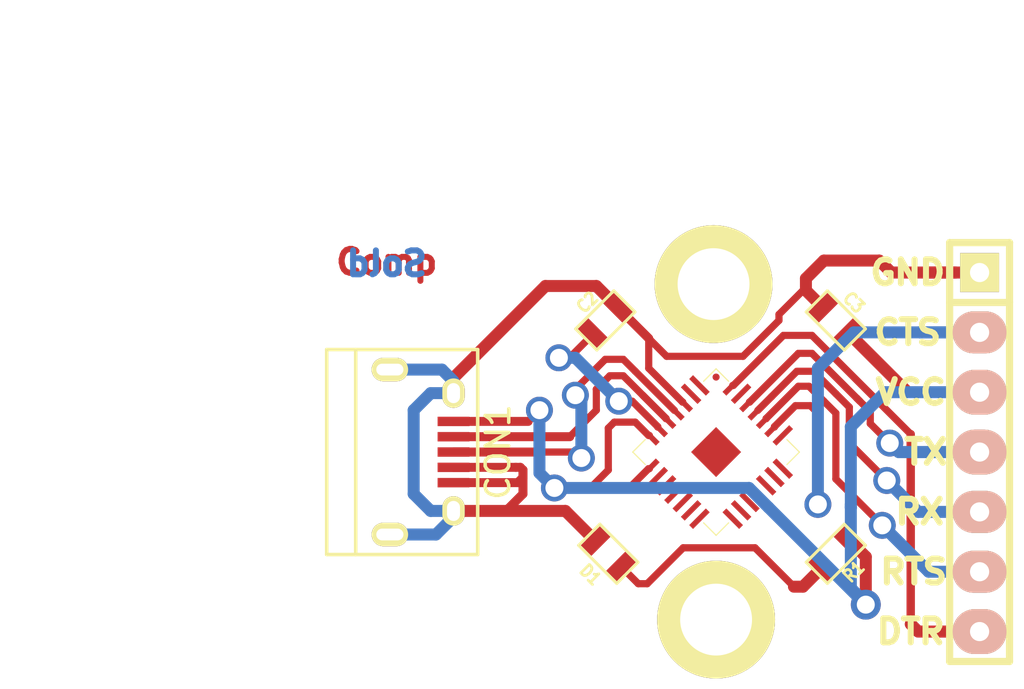
<source format=kicad_pcb>
(kicad_pcb (version 4) (host pcbnew "(2015-01-16 BZR 5376)-product")

  (general
    (links 24)
    (no_connects 0)
    (area 71.617999 52.9948 119.053429 82.436)
    (thickness 1.6002)
    (drawings 19)
    (tracks 185)
    (zones 0)
    (modules 9)
    (nets 31)
  )

  (page A4)
  (title_block
    (date "25 may 2015")
    (company ExoploreEmbedded.com)
  )

  (layers
    (0 Front signal)
    (31 Back jumper)
    (32 B.Adhes user)
    (33 F.Adhes user)
    (34 B.Paste user)
    (35 F.Paste user)
    (36 B.SilkS user)
    (37 F.SilkS user)
    (38 B.Mask user)
    (39 F.Mask user)
    (40 Dwgs.User user)
    (41 Cmts.User user)
    (42 Eco1.User user)
    (43 Eco2.User user)
    (44 Edge.Cuts user)
  )

  (setup
    (last_trace_width 0.2032)
    (user_trace_width 0.254)
    (user_trace_width 0.3048)
    (user_trace_width 0.3556)
    (user_trace_width 0.381)
    (user_trace_width 0.4572)
    (user_trace_width 0.508)
    (user_trace_width 0.635)
    (user_trace_width 0.762)
    (user_trace_width 1.016)
    (trace_clearance 0.127)
    (zone_clearance 0.508)
    (zone_45_only no)
    (trace_min 0.2032)
    (segment_width 0.381)
    (edge_width 0.381)
    (via_size 0.889)
    (via_drill 0.635)
    (via_min_size 0.889)
    (via_min_drill 0.508)
    (user_via 1.143 0.762)
    (uvia_size 0.508)
    (uvia_drill 0.127)
    (uvias_allowed no)
    (uvia_min_size 0.508)
    (uvia_min_drill 0.127)
    (pcb_text_width 0.3048)
    (pcb_text_size 1.524 2.032)
    (mod_edge_width 0.381)
    (mod_text_size 1.524 1.524)
    (mod_text_width 0.3048)
    (pad_size 5 5)
    (pad_drill 3.048)
    (pad_to_mask_clearance 0.254)
    (aux_axis_origin 0 0)
    (visible_elements 7FFFFFFF)
    (pcbplotparams
      (layerselection 0x00030_80000001)
      (usegerberextensions true)
      (excludeedgelayer false)
      (linewidth 0.150000)
      (plotframeref false)
      (viasonmask false)
      (mode 1)
      (useauxorigin false)
      (hpglpennumber 1)
      (hpglpenspeed 20)
      (hpglpendiameter 15)
      (hpglpenoverlay 0)
      (psnegative false)
      (psa4output false)
      (plotreference true)
      (plotvalue true)
      (plotinvisibletext false)
      (padsonsilk false)
      (subtractmaskfromsilk false)
      (outputformat 1)
      (mirror false)
      (drillshape 1)
      (scaleselection 1)
      (outputdirectory gerber/))
  )

  (net 0 "")
  (net 1 /CTS)
  (net 2 /D+)
  (net 3 /D-)
  (net 4 /DTR)
  (net 5 /RTS)
  (net 6 /RX)
  (net 7 /TX)
  (net 8 /VCC)
  (net 9 GND)
  (net 10 "Net-(C2-Pad1)")
  (net 11 "Net-(D1-Pad1)")
  (net 12 "Net-(P2-Pad1)")
  (net 13 "Net-(P3-Pad1)")
  (net 14 "Net-(U1-Pad2)")
  (net 15 "Net-(U1-Pad1)")
  (net 16 "Net-(U1-Pad27)")
  (net 17 "Net-(U1-Pad22)")
  (net 18 "Net-(U1-Pad21)")
  (net 19 "Net-(U1-Pad20)")
  (net 20 "Net-(U1-Pad19)")
  (net 21 "Net-(U1-Pad18)")
  (net 22 "Net-(U1-Pad17)")
  (net 23 "Net-(U1-Pad16)")
  (net 24 "Net-(U1-Pad15)")
  (net 25 "Net-(U1-Pad14)")
  (net 26 "Net-(U1-Pad13)")
  (net 27 "Net-(U1-Pad12)")
  (net 28 "Net-(U1-Pad11)")
  (net 29 "Net-(U1-Pad10)")
  (net 30 "Net-(U1-Pad9)")

  (net_class Default "This is the default net class."
    (clearance 0.127)
    (trace_width 0.2032)
    (via_dia 0.889)
    (via_drill 0.635)
    (uvia_dia 0.508)
    (uvia_drill 0.127)
    (add_net /CTS)
    (add_net /D+)
    (add_net /D-)
    (add_net /DTR)
    (add_net /RTS)
    (add_net /RX)
    (add_net /TX)
    (add_net /VCC)
    (add_net GND)
    (add_net "Net-(C2-Pad1)")
    (add_net "Net-(D1-Pad1)")
    (add_net "Net-(P2-Pad1)")
    (add_net "Net-(P3-Pad1)")
    (add_net "Net-(U1-Pad1)")
    (add_net "Net-(U1-Pad10)")
    (add_net "Net-(U1-Pad11)")
    (add_net "Net-(U1-Pad12)")
    (add_net "Net-(U1-Pad13)")
    (add_net "Net-(U1-Pad14)")
    (add_net "Net-(U1-Pad15)")
    (add_net "Net-(U1-Pad16)")
    (add_net "Net-(U1-Pad17)")
    (add_net "Net-(U1-Pad18)")
    (add_net "Net-(U1-Pad19)")
    (add_net "Net-(U1-Pad2)")
    (add_net "Net-(U1-Pad20)")
    (add_net "Net-(U1-Pad21)")
    (add_net "Net-(U1-Pad22)")
    (add_net "Net-(U1-Pad27)")
    (add_net "Net-(U1-Pad9)")
  )

  (module Connect:1pin (layer Front) (tedit 55766245) (tstamp 5562ED8F)
    (at 102.108 78.74)
    (descr "module 1 pin (ou trou mecanique de percage)")
    (tags DEV)
    (path /5562C445)
    (fp_text reference P3 (at 0 -3.048) (layer F.SilkS) hide
      (effects (font (size 1 1) (thickness 0.15)))
    )
    (fp_text value CONN_1 (at 0 2.794) (layer F.SilkS) hide
      (effects (font (size 1 1) (thickness 0.15)))
    )
    (pad 1 thru_hole circle (at 0 0) (size 5 5) (drill 3.048) (layers *.Cu *.Mask F.SilkS)
      (net 13 "Net-(P3-Pad1)"))
  )

  (module Connect:1pin (layer Front) (tedit 5576624A) (tstamp 5562ED8A)
    (at 102 64.5)
    (descr "module 1 pin (ou trou mecanique de percage)")
    (tags DEV)
    (path /5562C438)
    (fp_text reference P2 (at 0 -3.048) (layer F.SilkS) hide
      (effects (font (size 1 1) (thickness 0.15)))
    )
    (fp_text value CONN_1 (at 0 2.794) (layer F.SilkS) hide
      (effects (font (size 1 1) (thickness 0.15)))
    )
    (pad 1 thru_hole circle (at 0 0) (size 5 5) (drill 3.048) (layers *.Cu *.Mask F.SilkS)
      (net 12 "Net-(P2-Pad1)"))
  )

  (module cp2102_xl2 (layer Front) (tedit 55814F61) (tstamp 5192BDF3)
    (at 102.108 71.628 315)
    (path /5191711E)
    (fp_text reference U1 (at -0.24892 -6.49986 315) (layer F.SilkS) hide
      (effects (font (thickness 0.3048)))
    )
    (fp_text value CP2102 (at 0.898026 8.441441 315) (layer F.SilkS) hide
      (effects (font (thickness 0.3048)))
    )
    (fp_line (start -2.49936 -1.75006) (end -2.49936 -2.49936) (layer F.SilkS) (width 0.0508))
    (fp_line (start -2.49936 -2.49936) (end -1.75006 -2.49936) (layer F.SilkS) (width 0.0508))
    (fp_line (start 1.75006 -2.49936) (end 2.49936 -2.49936) (layer F.SilkS) (width 0.0508))
    (fp_line (start 2.49936 -2.49936) (end 2.49936 -1.75006) (layer F.SilkS) (width 0.0508))
    (fp_line (start -1.75006 2.49936) (end -2.49936 2.49936) (layer F.SilkS) (width 0.0508))
    (fp_line (start -2.49936 2.49936) (end -2.49936 1.75006) (layer F.SilkS) (width 0.0508))
    (fp_line (start 1.75006 2.49936) (end 2.49936 2.49936) (layer F.SilkS) (width 0.0508))
    (fp_line (start 2.49936 2.49936) (end 2.49936 1.75006) (layer F.SilkS) (width 0.0508))
    (pad 7 smd rect (at -2.49936 1.50114 315) (size 1.00076 0.23114) (layers Front F.Paste F.Mask)
      (net 8 /VCC))
    (pad 6 smd rect (at -2.49936 1.00076 315) (size 1.00076 0.23114) (layers Front F.Paste F.Mask)
      (net 10 "Net-(C2-Pad1)"))
    (pad 5 smd rect (at -2.49936 0.50038 315) (size 1.00076 0.23114) (layers Front F.Paste F.Mask)
      (net 3 /D-))
    (pad 4 smd rect (at -2.49936 0 315) (size 1.00076 0.23114) (layers Front F.Paste F.Mask)
      (net 2 /D+))
    (pad 3 smd rect (at -2.49936 -0.50038 315) (size 1.00076 0.23114) (layers Front F.Paste F.Mask)
      (net 9 GND))
    (pad 2 smd rect (at -2.49936 -1.00076 315) (size 1.00076 0.23114) (layers Front F.Paste F.Mask)
      (net 14 "Net-(U1-Pad2)"))
    (pad 1 smd rect (at -2.49936 -1.50114 315) (size 1.00076 0.23114) (layers Front F.Paste F.Mask)
      (net 15 "Net-(U1-Pad1)"))
    (pad 28 smd rect (at -1.50114 -2.49936 315) (size 0.23114 1.00076) (layers Front F.Paste F.Mask)
      (net 4 /DTR))
    (pad 27 smd rect (at -1.00076 -2.49936 315) (size 0.23114 1.00076) (layers Front F.Paste F.Mask)
      (net 16 "Net-(U1-Pad27)"))
    (pad 26 smd rect (at -0.50038 -2.49936 315) (size 0.23114 1.00076) (layers Front F.Paste F.Mask)
      (net 7 /TX))
    (pad 25 smd rect (at 0 -2.49936 315) (size 0.23114 1.00076) (layers Front F.Paste F.Mask)
      (net 6 /RX))
    (pad 24 smd rect (at 0.50038 -2.49936 315) (size 0.23114 1.00076) (layers Front F.Paste F.Mask)
      (net 5 /RTS))
    (pad 23 smd rect (at 1.00076 -2.49936 315) (size 0.23114 1.00076) (layers Front F.Paste F.Mask)
      (net 1 /CTS))
    (pad 22 smd rect (at 1.50114 -2.49936 315) (size 0.23114 1.00076) (layers Front F.Paste F.Mask)
      (net 17 "Net-(U1-Pad22)"))
    (pad 21 smd rect (at 2.49936 -1.50114 315) (size 1.00076 0.23114) (layers Front F.Paste F.Mask)
      (net 18 "Net-(U1-Pad21)"))
    (pad 20 smd rect (at 2.49936 -1.00076 315) (size 1.00076 0.23114) (layers Front F.Paste F.Mask)
      (net 19 "Net-(U1-Pad20)"))
    (pad 19 smd rect (at 2.49936 -0.50038 315) (size 1.00076 0.23114) (layers Front F.Paste F.Mask)
      (net 20 "Net-(U1-Pad19)"))
    (pad 18 smd rect (at 2.49936 0 315) (size 1.00076 0.23114) (layers Front F.Paste F.Mask)
      (net 21 "Net-(U1-Pad18)"))
    (pad 17 smd rect (at 2.49936 0.50038 315) (size 1.00076 0.23114) (layers Front F.Paste F.Mask)
      (net 22 "Net-(U1-Pad17)"))
    (pad 16 smd rect (at 2.49936 1.00076 315) (size 1.00076 0.23114) (layers Front F.Paste F.Mask)
      (net 23 "Net-(U1-Pad16)"))
    (pad 15 smd rect (at 2.49936 1.50114 315) (size 1.00076 0.23114) (layers Front F.Paste F.Mask)
      (net 24 "Net-(U1-Pad15)"))
    (pad 14 smd rect (at 1.50114 2.49936 315) (size 0.23114 1.00076) (layers Front F.Paste F.Mask)
      (net 25 "Net-(U1-Pad14)"))
    (pad 13 smd rect (at 1.00076 2.49936 315) (size 0.23114 1.00076) (layers Front F.Paste F.Mask)
      (net 26 "Net-(U1-Pad13)"))
    (pad 12 smd rect (at 0.50038 2.49936 315) (size 0.23114 1.00076) (layers Front F.Paste F.Mask)
      (net 27 "Net-(U1-Pad12)"))
    (pad 11 smd rect (at 0 2.49936 315) (size 0.23114 1.00076) (layers Front F.Paste F.Mask)
      (net 28 "Net-(U1-Pad11)"))
    (pad 10 smd rect (at -0.50038 2.49936 315) (size 0.23114 1.00076) (layers Front F.Paste F.Mask)
      (net 29 "Net-(U1-Pad10)"))
    (pad 9 smd rect (at -1.00076 2.49936 315) (size 0.23114 1.00076) (layers Front F.Paste F.Mask)
      (net 30 "Net-(U1-Pad9)"))
    (pad 8 smd rect (at -1.50114 2.49936 315) (size 0.23114 1.00076) (layers Front F.Paste F.Mask)
      (net 8 /VCC))
    (pad 29 smd rect (at 0 0 315) (size 1.50114 1.50114) (layers Front F.Paste F.Mask))
    (pad "" smd circle (at -2.25044 -2.25044 315) (size 0.29972 0.29972) (layers Front F.Paste F.Mask))
    (model smd/qfn24.wrl
      (at (xyz 0 0 0))
      (scale (xyz 1 1 1))
      (rotate (xyz 0 0 0))
    )
  )

  (module SIL-7 (layer Front) (tedit 540D7AE9) (tstamp 5192BDEF)
    (at 113.284 71.628 270)
    (descr "Connecteur 7 pins")
    (tags "CONN DEV")
    (path /5562ADA9)
    (fp_text reference P1 (at 0 -2.54 270) (layer F.SilkS) hide
      (effects (font (size 1.72974 1.08712) (thickness 0.27178)))
    )
    (fp_text value CONN_7 (at 0 -2.54 270) (layer F.SilkS) hide
      (effects (font (size 1.524 1.016) (thickness 0.254)))
    )
    (fp_line (start -8.89 -1.27) (end -8.89 -1.27) (layer F.SilkS) (width 0.3048))
    (fp_line (start -8.89 -1.27) (end 8.89 -1.27) (layer F.SilkS) (width 0.3048))
    (fp_line (start 8.89 -1.27) (end 8.89 1.27) (layer F.SilkS) (width 0.3048))
    (fp_line (start 8.89 1.27) (end -8.89 1.27) (layer F.SilkS) (width 0.3048))
    (fp_line (start -8.89 1.27) (end -8.89 -1.27) (layer F.SilkS) (width 0.3048))
    (fp_line (start -6.35 1.27) (end -6.35 1.27) (layer F.SilkS) (width 0.3048))
    (fp_line (start -6.35 1.27) (end -6.35 -1.27) (layer F.SilkS) (width 0.3048))
    (pad 1 thru_hole rect (at -7.62 0 270) (size 1.651 1.651) (drill 0.8128) (layers *.Cu *.Mask F.SilkS)
      (net 9 GND))
    (pad 2 thru_hole oval (at -5.08 0 270) (size 1.778 2.286) (drill 0.8128) (layers *.Cu *.SilkS *.Mask)
      (net 1 /CTS))
    (pad 3 thru_hole oval (at -2.54 0 270) (size 1.905 2.286) (drill 0.8128) (layers *.Cu *.SilkS *.Mask)
      (net 8 /VCC))
    (pad 4 thru_hole oval (at 0 0 270) (size 1.905 2.286) (drill 0.8128) (layers *.Cu *.SilkS *.Mask)
      (net 7 /TX))
    (pad 5 thru_hole oval (at 2.54 0 270) (size 1.778 2.286) (drill 0.8128) (layers *.Cu *.SilkS *.Mask)
      (net 6 /RX))
    (pad 6 thru_hole oval (at 5.08 0 270) (size 1.778 2.286) (drill 0.8128) (layers *.Cu *.SilkS *.Mask)
      (net 5 /RTS))
    (pad 7 thru_hole oval (at 7.62 0 270) (size 1.905 2.286) (drill 0.8128) (layers *.Cu *.SilkS *.Mask)
      (net 4 /DTR))
    (model pin_array/pins_array_6x1.wrl
      (at (xyz 0 0 0))
      (scale (xyz 1 1 1))
      (rotate (xyz 0 0 0))
    )
  )

  (module SM0603 (layer Front) (tedit 557662DF) (tstamp 5192BDF5)
    (at 97.409 66.04 45)
    (path /519178E1)
    (attr smd)
    (fp_text reference C2 (at 0 -1.077631 45) (layer F.SilkS)
      (effects (font (size 0.508 0.4572) (thickness 0.1143)))
    )
    (fp_text value 0.1uF (at 0 0 45) (layer F.SilkS) hide
      (effects (font (size 0.508 0.4572) (thickness 0.1143)))
    )
    (fp_line (start -1.143 -0.635) (end 1.143 -0.635) (layer F.SilkS) (width 0.127))
    (fp_line (start 1.143 -0.635) (end 1.143 0.635) (layer F.SilkS) (width 0.127))
    (fp_line (start 1.143 0.635) (end -1.143 0.635) (layer F.SilkS) (width 0.127))
    (fp_line (start -1.143 0.635) (end -1.143 -0.635) (layer F.SilkS) (width 0.127))
    (pad 1 smd rect (at -0.762 0 45) (size 0.635 1.143) (layers Front F.Paste F.Mask)
      (net 10 "Net-(C2-Pad1)"))
    (pad 2 smd rect (at 0.762 0 45) (size 0.635 1.143) (layers Front F.Paste F.Mask)
      (net 9 GND))
    (model smd\resistors\R0603.wrl
      (at (xyz 0 0 0.001))
      (scale (xyz 0.5 0.5 0.5))
      (rotate (xyz 0 0 0))
    )
  )

  (module SM0603 (layer Front) (tedit 557662E5) (tstamp 5192BDF7)
    (at 107.188 66.04 135)
    (path /519178D9)
    (attr smd)
    (fp_text reference C3 (at 0 1.077631 135) (layer F.SilkS)
      (effects (font (size 0.508 0.4572) (thickness 0.1143)))
    )
    (fp_text value 1uF (at 0 0 135) (layer F.SilkS) hide
      (effects (font (size 0.508 0.4572) (thickness 0.1143)))
    )
    (fp_line (start -1.143 -0.635) (end 1.143 -0.635) (layer F.SilkS) (width 0.127))
    (fp_line (start 1.143 -0.635) (end 1.143 0.635) (layer F.SilkS) (width 0.127))
    (fp_line (start 1.143 0.635) (end -1.143 0.635) (layer F.SilkS) (width 0.127))
    (fp_line (start -1.143 0.635) (end -1.143 -0.635) (layer F.SilkS) (width 0.127))
    (pad 1 smd rect (at -0.762 0 135) (size 0.635 1.143) (layers Front F.Paste F.Mask)
      (net 8 /VCC))
    (pad 2 smd rect (at 0.762 0 135) (size 0.635 1.143) (layers Front F.Paste F.Mask)
      (net 9 GND))
    (model smd\resistors\R0603.wrl
      (at (xyz 0 0 0.001))
      (scale (xyz 0.5 0.5 0.5))
      (rotate (xyz 0 0 0))
    )
  )

  (module SM0603 (layer Front) (tedit 557662F2) (tstamp 5192BDF2)
    (at 97.536 75.946 135)
    (path /51917BC5)
    (attr smd)
    (fp_text reference D1 (at -0.089803 -1.167433 135) (layer F.SilkS)
      (effects (font (size 0.508 0.4572) (thickness 0.1143)))
    )
    (fp_text value LED (at 0 0 135) (layer F.SilkS) hide
      (effects (font (size 0.508 0.4572) (thickness 0.1143)))
    )
    (fp_line (start -1.143 -0.635) (end 1.143 -0.635) (layer F.SilkS) (width 0.127))
    (fp_line (start 1.143 -0.635) (end 1.143 0.635) (layer F.SilkS) (width 0.127))
    (fp_line (start 1.143 0.635) (end -1.143 0.635) (layer F.SilkS) (width 0.127))
    (fp_line (start -1.143 0.635) (end -1.143 -0.635) (layer F.SilkS) (width 0.127))
    (pad 1 smd rect (at -0.762 0 135) (size 0.635 1.143) (layers Front F.Paste F.Mask)
      (net 11 "Net-(D1-Pad1)"))
    (pad 2 smd rect (at 0.762 0 135) (size 0.635 1.143) (layers Front F.Paste F.Mask)
      (net 9 GND))
    (model smd\resistors\R0603.wrl
      (at (xyz 0 0 0.001))
      (scale (xyz 0.5 0.5 0.5))
      (rotate (xyz 0 0 0))
    )
  )

  (module SM0603 (layer Front) (tedit 557662ED) (tstamp 5192BDF1)
    (at 107.188 75.946 225)
    (path /51917BB4)
    (attr smd)
    (fp_text reference R1 (at 0 -1.077631 225) (layer F.SilkS)
      (effects (font (size 0.508 0.4572) (thickness 0.1143)))
    )
    (fp_text value 330r (at 0 0 225) (layer F.SilkS) hide
      (effects (font (size 0.508 0.4572) (thickness 0.1143)))
    )
    (fp_line (start -1.143 -0.635) (end 1.143 -0.635) (layer F.SilkS) (width 0.127))
    (fp_line (start 1.143 -0.635) (end 1.143 0.635) (layer F.SilkS) (width 0.127))
    (fp_line (start 1.143 0.635) (end -1.143 0.635) (layer F.SilkS) (width 0.127))
    (fp_line (start -1.143 0.635) (end -1.143 -0.635) (layer F.SilkS) (width 0.127))
    (pad 1 smd rect (at -0.762 0 225) (size 0.635 1.143) (layers Front F.Paste F.Mask)
      (net 8 /VCC))
    (pad 2 smd rect (at 0.762 0 225) (size 0.635 1.143) (layers Front F.Paste F.Mask)
      (net 11 "Net-(D1-Pad1)"))
    (model smd\resistors\R0603.wrl
      (at (xyz 0 0 0.001))
      (scale (xyz 0.5 0.5 0.5))
      (rotate (xyz 0 0 0))
    )
  )

  (module Connect:USB_Micro-B (layer Front) (tedit 5543E447) (tstamp 5562F127)
    (at 89.408 71.628 270)
    (descr "Micro USB Type B Receptacle")
    (tags "USB USB_B USB_micro USB_OTG")
    (path /5562EF82)
    (attr smd)
    (fp_text reference CON1 (at 0 -3.45 270) (layer F.SilkS)
      (effects (font (size 1 1) (thickness 0.15)))
    )
    (fp_text value USB-MINI-B (at 0 4.8 270) (layer F.Fab)
      (effects (font (size 1 1) (thickness 0.15)))
    )
    (fp_line (start -4.6 -2.8) (end 4.6 -2.8) (layer F.CrtYd) (width 0.05))
    (fp_line (start 4.6 -2.8) (end 4.6 4.05) (layer F.CrtYd) (width 0.05))
    (fp_line (start 4.6 4.05) (end -4.6 4.05) (layer F.CrtYd) (width 0.05))
    (fp_line (start -4.6 4.05) (end -4.6 -2.8) (layer F.CrtYd) (width 0.05))
    (fp_line (start -4.3509 3.81746) (end 4.3491 3.81746) (layer F.SilkS) (width 0.15))
    (fp_line (start -4.3509 -2.58754) (end 4.3491 -2.58754) (layer F.SilkS) (width 0.15))
    (fp_line (start 4.3491 -2.58754) (end 4.3491 3.81746) (layer F.SilkS) (width 0.15))
    (fp_line (start 4.3491 2.58746) (end -4.3509 2.58746) (layer F.SilkS) (width 0.15))
    (fp_line (start -4.3509 3.81746) (end -4.3509 -2.58754) (layer F.SilkS) (width 0.15))
    (pad 1 smd rect (at -1.3009 -1.56254) (size 1.35 0.4) (layers Front F.Paste F.Mask)
      (net 8 /VCC))
    (pad 2 smd rect (at -0.6509 -1.56254) (size 1.35 0.4) (layers Front F.Paste F.Mask)
      (net 3 /D-))
    (pad 3 smd rect (at -0.0009 -1.56254) (size 1.35 0.4) (layers Front F.Paste F.Mask)
      (net 2 /D+))
    (pad 4 smd rect (at 0.6491 -1.56254) (size 1.35 0.4) (layers Front F.Paste F.Mask)
      (net 9 GND))
    (pad 5 smd rect (at 1.2991 -1.56254) (size 1.35 0.4) (layers Front F.Paste F.Mask)
      (net 9 GND))
    (pad 6 thru_hole oval (at -2.5009 -1.56254) (size 0.95 1.25) (drill oval 0.55 0.85) (layers *.Cu *.Mask F.SilkS)
      (net 9 GND))
    (pad 6 thru_hole oval (at 2.4991 -1.56254) (size 0.95 1.25) (drill oval 0.55 0.85) (layers *.Cu *.Mask F.SilkS)
      (net 9 GND))
    (pad 6 thru_hole oval (at -3.5009 1.13746) (size 1.55 1) (drill oval 1.15 0.5) (layers *.Cu *.Mask F.SilkS)
      (net 9 GND))
    (pad 6 thru_hole oval (at 3.4991 1.13746) (size 1.55 1) (drill oval 1.15 0.5) (layers *.Cu *.Mask F.SilkS)
      (net 9 GND))
  )

  (dimension 20 (width 0.3048) (layer Eco2.User)
    (gr_text "20.000 mm" (at 78.3744 71.5 270) (layer Eco2.User)
      (effects (font (size 2.032 1.524) (thickness 0.3048)))
    )
    (feature1 (pts (xy 84 81.5) (xy 76.7488 81.5)))
    (feature2 (pts (xy 84 61.5) (xy 76.7488 61.5)))
    (crossbar (pts (xy 80 61.5) (xy 80 81.5)))
    (arrow1a (pts (xy 80 81.5) (xy 79.413579 80.373496)))
    (arrow1b (pts (xy 80 81.5) (xy 80.586421 80.373496)))
    (arrow2a (pts (xy 80 61.5) (xy 79.413579 62.626504)))
    (arrow2b (pts (xy 80 61.5) (xy 80.586421 62.626504)))
  )
  (dimension 30 (width 0.3048) (layer Eco2.User)
    (gr_text "30.000 mm" (at 100 54.8744) (layer Eco2.User)
      (effects (font (size 2.032 1.524) (thickness 0.3048)))
    )
    (feature1 (pts (xy 115 61) (xy 115 53.2488)))
    (feature2 (pts (xy 85 61) (xy 85 53.2488)))
    (crossbar (pts (xy 85 56.5) (xy 115 56.5)))
    (arrow1a (pts (xy 115 56.5) (xy 113.873496 57.086421)))
    (arrow1b (pts (xy 115 56.5) (xy 113.873496 55.913579)))
    (arrow2a (pts (xy 85 56.5) (xy 86.126504 57.086421)))
    (arrow2b (pts (xy 85 56.5) (xy 86.126504 55.913579)))
  )
  (gr_text DTR (at 110.363 79.248) (layer F.SilkS)
    (effects (font (size 1.016 1.016) (thickness 0.254)))
  )
  (gr_text RTS (at 110.49 76.708) (layer F.SilkS)
    (effects (font (size 1.016 1.016) (thickness 0.254)))
  )
  (gr_text RX (at 110.744 74.168) (layer F.SilkS)
    (effects (font (size 1.016 1.016) (thickness 0.254)))
  )
  (gr_text TX (at 110.998 71.628) (layer F.SilkS)
    (effects (font (size 1.016 1.016) (thickness 0.254)))
  )
  (gr_text VCC (at 110.363 69.088) (layer F.SilkS)
    (effects (font (size 1.016 1.016) (thickness 0.254)))
  )
  (gr_text CTS (at 110.236 66.548) (layer F.SilkS)
    (effects (font (size 1.016 1.016) (thickness 0.254)))
  )
  (gr_text GND (at 110.236 64.008) (layer F.SilkS)
    (effects (font (size 1.016 1.016) (thickness 0.254)))
  )
  (gr_line (start 85 81.5) (end 87.5 81.5) (angle 90) (layer Eco2.User) (width 0.381))
  (gr_line (start 85 81.5) (end 85 79) (angle 90) (layer Eco2.User) (width 0.381))
  (gr_line (start 115 81.5) (end 112.5 81.5) (angle 90) (layer Eco2.User) (width 0.381))
  (gr_line (start 115 81.5) (end 115 79) (angle 90) (layer Eco2.User) (width 0.381))
  (gr_line (start 115 61.5) (end 115 64) (angle 90) (layer Eco2.User) (width 0.381))
  (gr_line (start 115 61.5) (end 112.5 61.5) (angle 90) (layer Eco2.User) (width 0.381))
  (gr_line (start 85 61.5) (end 85 64) (angle 90) (layer Eco2.User) (width 0.381))
  (gr_line (start 85 61.5) (end 87.5 61.5) (angle 90) (layer Eco2.User) (width 0.381))
  (gr_text Sold (at 88.138 63.627) (layer Back)
    (effects (font (size 1.016 1.016) (thickness 0.254)) (justify mirror))
  )
  (gr_text Comp (at 88.138 63.5635) (layer Front)
    (effects (font (size 1.016 1.016) (thickness 0.254)))
  )

  (segment (start 113.284 66.548) (end 110.744 66.548) (width 0.508) (layer Back) (net 1))
  (segment (start 112.268 66.548) (end 110.744 66.548) (width 0.508) (layer Back) (net 1))
  (segment (start 110.744 66.548) (end 107.95 66.548) (width 0.508) (layer Back) (net 1) (tstamp 556464E6))
  (segment (start 106.426 68.072) (end 106.426 73.8505) (width 0.508) (layer Back) (net 1) (tstamp 55631782))
  (segment (start 107.95 66.548) (end 106.426 68.072) (width 0.508) (layer Back) (net 1) (tstamp 55631781))
  (via (at 106.426 73.8505) (size 1.143) (drill 0.762) (layers Front Back) (net 1))
  (segment (start 104.582959 70.550041) (end 105.4735 69.6595) (width 0.3048) (layer Front) (net 1) (tstamp 5562F62F))
  (segment (start 105.4735 69.6595) (end 106.1085 69.6595) (width 0.3048) (layer Front) (net 1) (tstamp 5562F631))
  (segment (start 106.1085 69.6595) (end 106.426 69.977) (width 0.3048) (layer Front) (net 1) (tstamp 5562F635))
  (segment (start 106.426 69.977) (end 106.426 73.8505) (width 0.3048) (layer Front) (net 1) (tstamp 5562F636))
  (segment (start 104.582959 70.56833) (end 104.582959 70.550041) (width 0.3048) (layer Front) (net 1))
  (segment (start 100.340686 69.860686) (end 98.679 68.199) (width 0.3048) (layer Front) (net 2))
  (segment (start 96.139 68.961) (end 96.139 69.215) (width 0.3048) (layer Front) (net 2) (tstamp 5562F58A))
  (segment (start 97.409 67.691) (end 96.139 68.961) (width 0.3048) (layer Front) (net 2) (tstamp 5562F586))
  (segment (start 98.171 67.691) (end 97.409 67.691) (width 0.3048) (layer Front) (net 2) (tstamp 5562F584))
  (segment (start 98.679 68.199) (end 98.171 67.691) (width 0.3048) (layer Front) (net 2) (tstamp 5562F582))
  (segment (start 96.1381 71.6271) (end 94.6159 71.6271) (width 0.3048) (layer Front) (net 2) (tstamp 5562F4A3))
  (via (at 96.139 69.215) (size 1.143) (drill 0.762) (layers Front Back) (net 2))
  (segment (start 96.139 69.215) (end 96.393 69.469) (width 0.508) (layer Back) (net 2) (tstamp 5562F499))
  (segment (start 96.393 69.469) (end 96.393 71.882) (width 0.508) (layer Back) (net 2) (tstamp 5562F49A))
  (via (at 96.393 71.882) (size 1.143) (drill 0.762) (layers Front Back) (net 2))
  (segment (start 96.393 71.882) (end 96.1381 71.6271) (width 0.3048) (layer Front) (net 2) (tstamp 5562F4A2))
  (segment (start 94.6141 71.6271) (end 94.488 71.6271) (width 0.3048) (layer Front) (net 2) (tstamp 5562F392))
  (segment (start 94.615 71.628) (end 94.6141 71.6271) (width 0.3048) (layer Front) (net 2) (tstamp 5562F391))
  (segment (start 94.488 71.6271) (end 90.97054 71.6271) (width 0.381) (layer Front) (net 2) (tstamp 5562F4A6))
  (segment (start 99.986864 70.214508) (end 99.986864 70.205364) (width 0.3048) (layer Front) (net 3))
  (segment (start 99.986864 70.205364) (end 98.171 68.3895) (width 0.3048) (layer Front) (net 3) (tstamp 5562F58D))
  (segment (start 97.028 68.961) (end 97.028 69.85) (width 0.3048) (layer Front) (net 3) (tstamp 5562F592))
  (segment (start 97.5995 68.3895) (end 97.028 68.961) (width 0.3048) (layer Front) (net 3) (tstamp 5562F590))
  (segment (start 98.171 68.3895) (end 97.5995 68.3895) (width 0.3048) (layer Front) (net 3) (tstamp 5562F58F))
  (segment (start 99.986864 70.205364) (end 98.9965 69.215) (width 0.3048) (layer Front) (net 3) (tstamp 5562F56C))
  (segment (start 90.97054 70.9771) (end 95.9009 70.9771) (width 0.381) (layer Front) (net 3))
  (segment (start 95.9009 70.9771) (end 97.028 69.85) (width 0.3048) (layer Front) (net 3) (tstamp 5562F48B))
  (segment (start 113.284 79.248) (end 110.998 79.248) (width 0.508) (layer Front) (net 4))
  (segment (start 102.841281 68.799219) (end 104.9655 66.675) (width 0.3048) (layer Front) (net 4) (tstamp 5562D7BC))
  (segment (start 104.9655 66.675) (end 106.172 66.675) (width 0.3048) (layer Front) (net 4) (tstamp 5562D7C0))
  (segment (start 106.172 66.675) (end 110.363 70.866) (width 0.3048) (layer Front) (net 4) (tstamp 5562D7C2))
  (segment (start 110.363 70.866) (end 110.363 78.9305) (width 0.3556) (layer Front) (net 4) (tstamp 5562D7C3))
  (segment (start 110.363 78.9305) (end 110.6805 79.248) (width 0.508) (layer Front) (net 4) (tstamp 5562D7C7))
  (segment (start 110.6805 79.248) (end 110.998 79.248) (width 0.508) (layer Front) (net 4) (tstamp 5562D7C9))
  (segment (start 110.998 79.248) (end 112.268 79.248) (width 0.508) (layer Front) (net 4) (tstamp 556464F8))
  (segment (start 102.813848 68.799219) (end 102.841281 68.799219) (width 0.3048) (layer Front) (net 4))
  (segment (start 113.284 76.708) (end 111.125 76.708) (width 0.508) (layer Back) (net 5))
  (segment (start 111.125 76.708) (end 109.1565 74.7395) (width 0.508) (layer Back) (net 5) (tstamp 556464F3))
  (segment (start 112.268 76.708) (end 111.125 76.708) (width 0.381) (layer Back) (net 5))
  (segment (start 111.125 76.708) (end 109.1565 74.7395) (width 0.381) (layer Back) (net 5) (tstamp 5563181E))
  (segment (start 106.68 69.469) (end 107.188 69.977) (width 0.3048) (layer Front) (net 5))
  (segment (start 106.045 68.834) (end 106.68 69.469) (width 0.3048) (layer Front) (net 5) (tstamp 5562DAF1))
  (segment (start 105.6005 68.834) (end 106.045 68.834) (width 0.3048) (layer Front) (net 5) (tstamp 5562DAEE))
  (segment (start 104.229136 70.205364) (end 105.6005 68.834) (width 0.3048) (layer Front) (net 5) (tstamp 5562DAEC))
  (segment (start 109.1565 74.7395) (end 111.125 76.708) (width 0.3048) (layer Back) (net 5) (tstamp 5562F626))
  (via (at 109.1565 74.7395) (size 1.143) (drill 0.762) (layers Front Back) (net 5))
  (segment (start 107.188 72.771) (end 109.1565 74.7395) (width 0.3048) (layer Front) (net 5) (tstamp 5562F61E))
  (segment (start 107.188 69.977) (end 107.188 72.771) (width 0.3048) (layer Front) (net 5) (tstamp 5562F61C))
  (segment (start 104.229136 70.214508) (end 104.229136 70.205364) (width 0.3048) (layer Front) (net 5))
  (segment (start 113.284 74.168) (end 110.6805 74.168) (width 0.508) (layer Back) (net 6))
  (segment (start 110.6805 74.168) (end 109.347 72.8345) (width 0.508) (layer Back) (net 6) (tstamp 556464F0))
  (segment (start 112.268 74.168) (end 110.6805 74.168) (width 0.381) (layer Back) (net 6))
  (segment (start 110.6805 74.168) (end 109.347 72.8345) (width 0.381) (layer Back) (net 6) (tstamp 5563181A))
  (segment (start 107.188 69.1515) (end 107.7595 69.723) (width 0.3048) (layer Front) (net 6))
  (segment (start 103.875314 69.860686) (end 104.4575 69.2785) (width 0.3048) (layer Front) (net 6))
  (segment (start 106.2355 68.199) (end 107.188 69.1515) (width 0.3048) (layer Front) (net 6) (tstamp 5562DAD9))
  (segment (start 105.537 68.199) (end 106.2355 68.199) (width 0.3048) (layer Front) (net 6) (tstamp 5562DAD6))
  (segment (start 104.4575 69.2785) (end 105.537 68.199) (width 0.3048) (layer Front) (net 6) (tstamp 5562DAD4))
  (segment (start 109.347 72.8345) (end 110.6805 74.168) (width 0.3048) (layer Back) (net 6) (tstamp 5562F612))
  (via (at 109.347 72.8345) (size 1.143) (drill 0.762) (layers Front Back) (net 6))
  (segment (start 107.7595 71.247) (end 109.347 72.8345) (width 0.3048) (layer Front) (net 6) (tstamp 5562F609))
  (segment (start 107.7595 69.723) (end 107.7595 71.247) (width 0.3048) (layer Front) (net 6) (tstamp 5562F607))
  (segment (start 113.284 71.628) (end 109.855 71.628) (width 0.508) (layer Back) (net 7))
  (segment (start 109.855 71.628) (end 109.474 71.247) (width 0.508) (layer Back) (net 7) (tstamp 556464ED))
  (segment (start 108.077 69.342) (end 108.6485 69.9135) (width 0.3048) (layer Front) (net 7))
  (segment (start 109.855 71.628) (end 112.268 71.628) (width 0.508) (layer Back) (net 7) (tstamp 5562F5EE))
  (segment (start 109.474 71.247) (end 109.855 71.628) (width 0.3048) (layer Back) (net 7) (tstamp 5562F5ED))
  (via (at 109.474 71.247) (size 1.143) (drill 0.762) (layers Front Back) (net 7))
  (segment (start 108.6485 70.4215) (end 109.474 71.247) (width 0.3048) (layer Front) (net 7) (tstamp 5562F5E7))
  (segment (start 108.6485 69.9135) (end 108.6485 70.4215) (width 0.3048) (layer Front) (net 7) (tstamp 5562F5E6))
  (segment (start 103.530636 69.506864) (end 105.6005 67.437) (width 0.3048) (layer Front) (net 7) (tstamp 5562DABC))
  (segment (start 105.6005 67.437) (end 106.172 67.437) (width 0.3048) (layer Front) (net 7) (tstamp 5562DABF))
  (segment (start 106.172 67.437) (end 108.077 69.342) (width 0.3048) (layer Front) (net 7) (tstamp 5562DAC0))
  (segment (start 108.077 69.342) (end 108.204 69.469) (width 0.3048) (layer Front) (net 7) (tstamp 5562F5E4))
  (segment (start 103.521492 69.506864) (end 103.530636 69.506864) (width 0.3048) (layer Front) (net 7))
  (segment (start 113.284 69.088) (end 110.998 69.088) (width 0.508) (layer Back) (net 8))
  (segment (start 113.284 69.088) (end 110.236 69.088) (width 0.508) (layer Front) (net 8))
  (segment (start 107.823 73.9775) (end 107.823 70.5485) (width 0.508) (layer Back) (net 8))
  (segment (start 107.823 70.5485) (end 109.2835 69.088) (width 0.508) (layer Back) (net 8) (tstamp 5563177B))
  (segment (start 109.2835 69.088) (end 110.998 69.088) (width 0.508) (layer Back) (net 8) (tstamp 5563177C))
  (segment (start 110.998 69.088) (end 112.268 69.088) (width 0.508) (layer Back) (net 8) (tstamp 556464EB))
  (segment (start 108.458 78.105) (end 108.458 78.0415) (width 0.508) (layer Back) (net 8))
  (segment (start 107.823 77.4065) (end 107.823 73.9775) (width 0.508) (layer Back) (net 8) (tstamp 5563176F))
  (segment (start 107.823 73.9775) (end 107.823 73.8505) (width 0.508) (layer Back) (net 8) (tstamp 55631779))
  (segment (start 108.458 78.0415) (end 107.823 77.4065) (width 0.508) (layer Back) (net 8) (tstamp 55631769))
  (segment (start 95.25 73.152) (end 103.505 73.152) (width 0.508) (layer Back) (net 8))
  (segment (start 103.505 73.152) (end 104.3305 73.9775) (width 0.508) (layer Back) (net 8) (tstamp 5562F710))
  (segment (start 107.823 76.708) (end 107.823 73.8505) (width 0.3048) (layer Back) (net 8) (tstamp 5562F65E))
  (segment (start 97.155 73.152) (end 95.25 73.152) (width 0.3048) (layer Back) (net 8) (tstamp 5562F54D))
  (segment (start 96.139 73.152) (end 97.917 73.152) (width 0.3048) (layer Front) (net 8))
  (segment (start 98.425 73.152) (end 97.917 73.152) (width 0.3048) (layer Front) (net 8) (tstamp 5562F310))
  (segment (start 98.425 73.152) (end 99.243152 72.333848) (width 0.3048) (layer Front) (net 8) (tstamp 5562F30D))
  (segment (start 99.279219 70.922152) (end 99.243152 70.922152) (width 0.3048) (layer Front) (net 8))
  (segment (start 99.243152 70.922152) (end 98.679 70.358) (width 0.3048) (layer Front) (net 8) (tstamp 5562F4B8))
  (segment (start 98.679 70.358) (end 97.79 70.358) (width 0.3048) (layer Front) (net 8) (tstamp 5562F4BB))
  (segment (start 97.79 70.358) (end 97.536 70.612) (width 0.3048) (layer Front) (net 8) (tstamp 5562F4BE))
  (segment (start 97.536 70.612) (end 97.536 72.39) (width 0.3048) (layer Front) (net 8) (tstamp 5562F4BF))
  (segment (start 97.536 72.39) (end 96.774 73.152) (width 0.3048) (layer Front) (net 8) (tstamp 5562F4C0))
  (segment (start 96.774 73.152) (end 96.139 73.152) (width 0.3048) (layer Front) (net 8) (tstamp 5562F4C2))
  (segment (start 96.139 73.152) (end 95.25 73.152) (width 0.3048) (layer Front) (net 8) (tstamp 5562F4D9))
  (via (at 95.25 73.152) (size 1.143) (drill 0.762) (layers Front Back) (net 8))
  (segment (start 95.25 73.152) (end 94.615 72.517) (width 0.508) (layer Back) (net 8) (tstamp 5562F4C9))
  (segment (start 94.1379 70.3271) (end 90.97054 70.3271) (width 0.381) (layer Front) (net 8) (tstamp 5562F4CE))
  (segment (start 94.615 69.85) (end 94.1379 70.3271) (width 0.3048) (layer Front) (net 8) (tstamp 5562F4CD))
  (via (at 94.615 69.85) (size 1.143) (drill 0.762) (layers Front Back) (net 8))
  (segment (start 94.615 72.517) (end 94.615 69.85) (width 0.508) (layer Back) (net 8) (tstamp 5562F4CA))
  (segment (start 99.279219 72.333848) (end 99.243152 72.333848) (width 0.3048) (layer Front) (net 8))
  (segment (start 110.236 69.088) (end 107.726815 66.578815) (width 0.508) (layer Front) (net 8) (tstamp 5562E774))
  (segment (start 112.268 69.088) (end 110.236 69.088) (width 0.508) (layer Front) (net 8))
  (segment (start 108.458 78.105) (end 104.3305 73.9775) (width 0.508) (layer Back) (net 8) (tstamp 5562E8CE))
  (via (at 108.458 78.105) (size 1.27) (drill 0.762) (layers Front Back) (net 8))
  (segment (start 108.458 76.073) (end 108.458 78.105) (width 0.508) (layer Front) (net 8) (tstamp 5562E8CA))
  (segment (start 107.792185 75.407185) (end 108.458 76.073) (width 0.508) (layer Front) (net 8) (tstamp 5562E8C7))
  (segment (start 107.726815 75.407185) (end 107.792185 75.407185) (width 0.3048) (layer Front) (net 8))
  (segment (start 113.284 64.008) (end 110.998 64.008) (width 0.508) (layer Front) (net 9))
  (segment (start 103.251 67.564) (end 100.01063 67.564) (width 0.3048) (layer Front) (net 9) (tstamp 5562E82F))
  (segment (start 104.775 66.04) (end 103.251 67.564) (width 0.3048) (layer Front) (net 9) (tstamp 5562E82D))
  (segment (start 104.775 65.786) (end 104.775 66.04) (width 0.3048) (layer Front) (net 9) (tstamp 5562E82A))
  (segment (start 105.791 64.77) (end 104.775 65.786) (width 0.3048) (layer Front) (net 9) (tstamp 5562E829))
  (segment (start 97.947815 65.501185) (end 99.2505 66.80387) (width 0.381) (layer Front) (net 9))
  (segment (start 90.97054 74.1271) (end 93.1954 74.1271) (width 0.381) (layer Front) (net 9))
  (segment (start 93.9165 73.406) (end 93.9165 72.39) (width 0.381) (layer Front) (net 9) (tstamp 556317F7))
  (segment (start 93.1954 74.1271) (end 93.9165 73.406) (width 0.381) (layer Front) (net 9) (tstamp 556317F6))
  (segment (start 90.97054 72.9271) (end 93.6969 72.9271) (width 0.381) (layer Front) (net 9))
  (segment (start 93.6969 72.9271) (end 93.9165 72.7075) (width 0.381) (layer Front) (net 9) (tstamp 556317EA))
  (segment (start 93.9165 72.7075) (end 93.9165 72.39) (width 0.381) (layer Front) (net 9) (tstamp 556317EC))
  (segment (start 93.6131 72.2771) (end 90.97054 72.2771) (width 0.381) (layer Front) (net 9))
  (segment (start 93.9165 72.39) (end 93.8036 72.2771) (width 0.381) (layer Front) (net 9) (tstamp 556317EE))
  (segment (start 93.8036 72.2771) (end 93.6131 72.2771) (width 0.381) (layer Front) (net 9) (tstamp 556317EF))
  (segment (start 97.947815 65.501185) (end 97.947815 65.499315) (width 0.3048) (layer Front) (net 9))
  (segment (start 97.947815 65.499315) (end 97.028 64.5795) (width 0.508) (layer Front) (net 9) (tstamp 5562F5C6))
  (segment (start 90.97054 68.47796) (end 90.97054 69.1271) (width 0.3048) (layer Front) (net 9) (tstamp 5562F5CC))
  (segment (start 94.869 64.5795) (end 90.97054 68.47796) (width 0.508) (layer Front) (net 9) (tstamp 5562F5CA))
  (segment (start 97.028 64.5795) (end 94.869 64.5795) (width 0.508) (layer Front) (net 9) (tstamp 5562F5C9))
  (segment (start 90.97054 74.1271) (end 95.7171 74.1271) (width 0.508) (layer Front) (net 9))
  (segment (start 95.7171 74.1271) (end 96.997185 75.407185) (width 0.508) (layer Front) (net 9) (tstamp 5562F53A))
  (segment (start 90.97054 74.1271) (end 93.1319 74.1271) (width 0.3048) (layer Front) (net 9))
  (segment (start 90.97054 69.1271) (end 90.0039 69.1271) (width 0.508) (layer Back) (net 9))
  (segment (start 90.0021 74.1271) (end 90.97054 74.1271) (width 0.508) (layer Back) (net 9) (tstamp 5562F52F))
  (segment (start 89.281 73.406) (end 90.0021 74.1271) (width 0.508) (layer Back) (net 9) (tstamp 5562F52E))
  (segment (start 89.281 69.85) (end 89.281 73.406) (width 0.508) (layer Back) (net 9) (tstamp 5562F52D))
  (segment (start 90.0039 69.1271) (end 89.281 69.85) (width 0.508) (layer Back) (net 9) (tstamp 5562F52C))
  (segment (start 93.4429 72.9271) (end 90.97054 72.9271) (width 0.381) (layer Front) (net 9))
  (segment (start 90.97054 69.1271) (end 90.97054 68.61854) (width 0.3048) (layer Back) (net 9))
  (segment (start 90.97054 68.61854) (end 90.4791 68.1271) (width 0.508) (layer Back) (net 9) (tstamp 5562F4F9))
  (segment (start 90.4791 68.1271) (end 88.27054 68.1271) (width 0.508) (layer Back) (net 9) (tstamp 5562F4FA))
  (segment (start 90.97054 74.1271) (end 90.97054 74.38346) (width 0.3048) (layer Back) (net 9))
  (segment (start 90.97054 74.38346) (end 90.2269 75.1271) (width 0.508) (layer Back) (net 9) (tstamp 5562F4F4))
  (segment (start 90.2269 75.1271) (end 88.27054 75.1271) (width 0.508) (layer Back) (net 9) (tstamp 5562F4F6))
  (segment (start 105.918 64.77) (end 105.918 64.262) (width 0.508) (layer Front) (net 9) (tstamp 5562E77D))
  (segment (start 105.918 64.262) (end 106.68 63.5) (width 0.508) (layer Front) (net 9) (tstamp 5562E780))
  (segment (start 106.68 63.5) (end 109.0295 63.5) (width 0.508) (layer Front) (net 9) (tstamp 5562E781))
  (segment (start 109.0295 63.5) (end 109.5375 64.008) (width 0.508) (layer Front) (net 9) (tstamp 5562E782))
  (segment (start 109.5375 64.008) (end 110.998 64.008) (width 0.508) (layer Front) (net 9) (tstamp 5562E783))
  (segment (start 110.998 64.008) (end 112.268 64.008) (width 0.508) (layer Front) (net 9) (tstamp 556464D7))
  (segment (start 99.2505 68.072) (end 99.2505 66.80387) (width 0.3048) (layer Front) (net 9) (tstamp 5562E78D))
  (segment (start 100.685364 69.506864) (end 99.2505 68.072) (width 0.3048) (layer Front) (net 9) (tstamp 5562E78A))
  (segment (start 100.694508 69.506864) (end 100.685364 69.506864) (width 0.3048) (layer Front) (net 9))
  (segment (start 100.01063 67.564) (end 97.947815 65.501185) (width 0.3048) (layer Front) (net 9) (tstamp 5562E832))
  (segment (start 105.918 64.77) (end 105.791 64.77) (width 0.3048) (layer Front) (net 9) (tstamp 5562E828))
  (segment (start 106.649185 65.501185) (end 105.918 64.77) (width 0.508) (layer Front) (net 9))
  (segment (start 96.870185 66.578815) (end 96.870185 66.642315) (width 0.3048) (layer Front) (net 10))
  (segment (start 96.870185 66.642315) (end 95.885 67.6275) (width 0.3048) (layer Front) (net 10) (tstamp 5562F5B3))
  (segment (start 95.885 67.6275) (end 95.4405 67.6275) (width 0.3048) (layer Front) (net 10) (tstamp 5562F5B4))
  (segment (start 96.870185 66.578815) (end 96.489185 66.578815) (width 0.3048) (layer Front) (net 10))
  (segment (start 99.633041 70.56833) (end 99.633041 70.550041) (width 0.3048) (layer Front) (net 10))
  (segment (start 99.633041 70.550041) (end 98.552 69.469) (width 0.3048) (layer Front) (net 10) (tstamp 5562F59B))
  (via (at 95.4405 67.6275) (size 1.143) (drill 0.762) (layers Front Back) (net 10))
  (segment (start 96.139 67.6275) (end 95.4405 67.6275) (width 0.508) (layer Back) (net 10) (tstamp 5562F5A4))
  (segment (start 97.9805 69.469) (end 96.139 67.6275) (width 0.508) (layer Back) (net 10) (tstamp 5562F5A3))
  (via (at 97.9805 69.469) (size 1.143) (drill 0.762) (layers Front Back) (net 10))
  (segment (start 98.552 69.469) (end 97.9805 69.469) (width 0.3048) (layer Front) (net 10) (tstamp 5562F59E))
  (segment (start 98.806 77.216) (end 99.187 77.216) (width 0.3048) (layer Front) (net 11) (tstamp 5562E748))
  (segment (start 99.187 77.216) (end 100.711 75.692) (width 0.3048) (layer Front) (net 11) (tstamp 5562E74D))
  (segment (start 100.711 75.692) (end 103.759 75.692) (width 0.3048) (layer Front) (net 11) (tstamp 5562E74E))
  (segment (start 103.759 75.692) (end 105.41 77.343) (width 0.3048) (layer Front) (net 11) (tstamp 5562E752))
  (segment (start 105.41 77.343) (end 105.791 77.343) (width 0.508) (layer Front) (net 11) (tstamp 5562E756))
  (segment (start 105.791 77.343) (end 106.649185 76.484815) (width 0.508) (layer Front) (net 11) (tstamp 5562E757))
  (segment (start 98.074815 76.484815) (end 98.806 77.216) (width 0.3048) (layer Front) (net 11))

)

</source>
